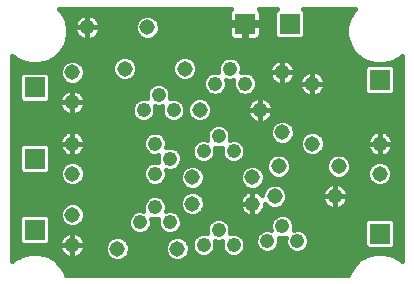
<source format=gtl>
G04 Output by ViewMate Deluxe V11.0.9  PentaLogix LLC*
G04 Sun May 11 19:24:29 2014*
%FSLAX33Y33*%
%MOMM*%
%IPPOS*%
%ADD10C,1.3081*%
%ADD11R,1.8009X1.8009*%
%ADD12C,1.209*%
%ADD13C,0.4064*%

%LPD*%
X0Y0D2*D13*G1X33340Y16358D2*X34544Y16358D1*X34544Y15956D2*X33652Y15956D1*X33749Y15552D2*X34544Y15552D1*X34544Y15151D2*X33696Y15151D1*X33464Y14747D2*X34544Y14747D1*X32639Y15494D2*X32639Y14384D1*X32639Y15494*X25215Y20787D2*X25832Y20787D1*X25997Y21189D2*X25443Y21189D1*X31938Y16358D2*X27559Y16358D1*X27882Y15956D2*X31626Y15956D1*X31529Y15552D2*X27983Y15552D1*X31529Y15494D2*X31529Y15580D1*X31554Y15753*X31610Y15921*X31689Y16076*X31791Y16218*X31915Y16342*X32057Y16444*X32212Y16523*X32380Y16579*X32553Y16604*X32639Y16604*X32639Y15494*X31529Y15494*X27930Y15151D2*X31582Y15151D1*X31814Y14747D2*X27676Y14747D1*X31915Y14646D2*X31791Y14770D1*X31689Y14912*X31610Y15067*X31554Y15235*X31529Y15408*X31529Y15494*X32639Y15494*X33749Y15494*X32639Y15494*X32639Y16604*X32725Y16604*X32898Y16579*X33066Y16523*X33221Y16444*X33363Y16342*X33487Y16218*X33589Y16076*X33668Y15921*X33724Y15753*X33749Y15580*X33749Y15494*X33749Y15408*X33724Y15235*X33668Y15067*X33589Y14912*X33487Y14770*X33363Y14646*X33221Y14544*X33066Y14465*X32898Y14409*X32725Y14384*X32639Y14384*X32553Y14384*X32380Y14409*X32212Y14465*X32057Y14544*X31915Y14646*X31582Y12736D2*X29792Y12736D1*X30107Y13137D2*X31580Y13137D1*X31735Y13541D2*X30206Y13541D1*X30147Y13942D2*X32253Y13942D1*X34544Y14346D2*X29891Y14346D1*X33025Y13942D2*X34544Y13942D1*X34544Y13541D2*X33543Y13541D1*X33698Y13137D2*X34544Y13137D1*X34544Y12736D2*X33696Y12736D1*X33515Y12332D2*X34544Y12332D1*X34544Y11930D2*X32936Y11930D1*X33777Y9111D2*X34544Y9111D1*X34544Y8710D2*X33945Y8710D1*X33945Y8306D2*X34544Y8306D1*X34544Y7904D2*X33945Y7904D1*X33945Y7501D2*X34544Y7501D1*X34544Y7099D2*X33945Y7099D1*X33835Y6695D2*X34544Y6695D1*X34544Y5890D2*X34013Y5890D1*X26010Y6294D2*X34544Y6294D1*X18517Y6294D2*X19456Y6294D1*X19256Y6695D2*X18717Y6695D1*X18727Y7099D2*X19246Y7099D1*X20904Y13137D2*X17704Y13137D1*X17823Y12736D2*X20785Y12736D1*X20823Y12332D2*X17785Y12332D1*X17556Y11930D2*X21052Y11930D1*X1524Y5890D2*X2055Y5890D1*X5687Y6294D2*X1524Y6294D1*X6182Y5890D2*X4803Y5890D1*X6604Y6922D2*X6604Y5812D1*X6604Y6922*X5728Y12332D2*X1524Y12332D1*X12781Y12332D2*X7480Y12332D1*X7661Y12736D2*X12586Y12736D1*X12578Y13137D2*X7663Y13137D1*X7508Y13541D2*X12746Y13541D1*X13335Y13942D2*X6990Y13942D1*X13843Y13942D2*X13881Y13942D1*X4735Y14346D2*X13848Y14346D1*X2123Y15151D2*X1524Y15151D1*X1524Y14747D2*X2123Y14747D1*X2123Y14346D2*X1524Y14346D1*X1524Y13942D2*X2123Y13942D1*X2123Y13541D2*X1524Y13541D1*X1524Y13137D2*X2141Y13137D1*X5547Y12736D2*X1524Y12736D1*X5545Y13137D2*X4717Y13137D1*X4735Y13541D2*X5700Y13541D1*X6218Y13942D2*X4735Y13942D1*X4735Y14747D2*X5778Y14747D1*X4735Y15293D2*X4735Y13155D1*X4498Y12918*X2360Y12918*X2123Y13155*X2123Y15293*X2360Y15530*X4498Y15530*X4735Y15293*X5547Y15151D2*X4735Y15151D1*X1524Y15552D2*X5494Y15552D1*X5591Y15956D2*X1524Y15956D1*X1524Y16358D2*X5903Y16358D1*X2136Y19177D2*X1524Y19177D1*X1524Y19578D2*X2123Y19578D1*X2123Y19982D2*X1524Y19982D1*X1524Y20384D2*X2123Y20384D1*X2123Y20787D2*X1524Y20787D1*X1524Y21189D2*X2123Y21189D1*X1524Y22799D2*X1661Y22799D1*X2332Y22398D2*X1524Y22398D1*X1524Y21593D2*X5545Y21593D1*X5649Y21994D2*X1524Y21994D1*X10130Y22398D2*X7234Y22398D1*X7559Y21994D2*X9990Y21994D1*X10005Y21593D2*X7663Y21593D1*X7612Y21189D2*X10206Y21189D1*X10833Y20787D2*X7363Y20787D1*X15913Y20787D2*X11265Y20787D1*X16345Y20787D2*X17663Y20787D1*X17854Y21189D2*X16972Y21189D1*X21112Y25215D2*X21306Y25215D1*X21306Y24813D2*X21112Y24813D1*X21112Y24409D2*X21306Y24409D1*X16594Y22799D2*X19604Y22799D1*X19075Y22398D2*X17048Y22398D1*X17188Y21994D2*X18928Y21994D1*X18951Y21593D2*X17173Y21593D1*X20203Y20787D2*X19675Y20787D1*X19680Y20384D2*X20198Y20384D1*X20373Y19982D2*X19505Y19982D1*X25829Y20384D2*X22220Y20384D1*X22045Y19982D2*X25982Y19982D1*X18075Y19177D2*X21732Y19177D1*X21448Y18773D2*X18372Y18773D1*X21369Y18352D2*X22479Y18352D1*X22479Y17242*X22479Y18352*X22479Y19461*X22479Y18352*X21369Y18352*X18458Y18372D2*X21369Y18372D1*X21435Y17968D2*X18387Y17968D1*X18113Y17567D2*X21694Y17567D1*X15819Y17567D2*X16685Y17567D1*X16411Y17968D2*X16111Y17968D1*X16187Y18372D2*X16340Y18372D1*X16426Y18773D2*X16096Y18773D1*X16800Y19251D2*X17188Y19411D1*X17610Y19411*X17998Y19251*X18298Y18951*X18458Y18562*X18458Y18141*X18298Y17752*X17998Y17452*X17610Y17292*X17188Y17292*X16800Y17452*X16500Y17752*X16340Y18141*X16340Y18562*X16500Y18951*X16800Y19251*X15781Y19177D2*X16723Y19177D1*X13647Y18372D2*X14166Y18372D1*X14242Y17968D2*X13571Y17968D1*X13279Y17567D2*X14534Y17567D1*X7305Y16358D2*X13033Y16358D1*X12687Y15956D2*X7617Y15956D1*X7714Y15552D2*X12578Y15552D1*X12639Y15151D2*X7661Y15151D1*X7430Y14747D2*X12906Y14747D1*X6604Y15494D2*X6604Y14384D1*X6604Y15494*X6604Y16604D2*X6604Y15494D1*X5494Y15494*X6604Y15494*X7714Y15494*X7714Y15408*X7689Y15235*X7633Y15067*X7554Y14912*X7452Y14770*X7328Y14646*X7186Y14544*X7031Y14465*X6863Y14409*X6690Y14384*X6604Y14384*X6518Y14384*X6345Y14409*X6177Y14465*X6022Y14544*X5880Y14646*X5756Y14770*X5654Y14912*X5575Y15067*X5519Y15235*X5494Y15408*X5494Y15494*X5494Y15580*X5519Y15753*X5575Y15921*X5654Y16076*X5756Y16218*X5880Y16342*X6022Y16444*X6177Y16523*X6345Y16579*X6518Y16604*X6604Y16604*X6863Y16579D2*X7031Y16523D1*X7186Y16444*X7328Y16342*X7452Y16218*X7554Y16076*X7633Y15921*X7689Y15753*X7714Y15580*X7714Y15494*X6604Y15494*X6604Y16604*X6690Y16604*X6863Y16579*X11626Y18372D2*X7531Y18372D1*X7696Y18773D2*X11717Y18773D1*X12032Y19177D2*X7699Y19177D1*X7546Y19578D2*X12896Y19578D1*X6604Y17877D2*X6604Y18986D1*X6604Y17877*X11702Y17968D2*X7054Y17968D1*X1524Y17567D2*X11994Y17567D1*X6154Y17968D2*X1524Y17968D1*X1524Y18372D2*X5677Y18372D1*X5512Y18773D2*X1524Y18773D1*X5509Y19177D2*X4722Y19177D1*X4735Y19578D2*X5662Y19578D1*X6109Y19982D2*X4735Y19982D1*X6604Y20096D2*X6604Y18986D1*X5494Y18986*X6604Y18986*X7714Y18986*X7714Y18900*X7689Y18727*X7633Y18560*X7554Y18405*X7452Y18263*X7328Y18138*X7186Y18037*X7031Y17958*X6863Y17902*X6690Y17877*X6604Y17877*X6518Y17877*X6345Y17902*X6177Y17958*X6022Y18037*X5880Y18138*X5756Y18263*X5654Y18405*X5575Y18560*X5519Y18727*X5494Y18900*X5494Y18986*X5494Y19073*X5519Y19246*X5575Y19413*X5654Y19568*X5756Y19710*X5880Y19835*X6022Y19936*X6177Y20015*X6345Y20071*X6518Y20096*X6604Y20096*X7031Y20015D2*X7186Y19936D1*X7328Y19835*X7452Y19710*X7554Y19568*X7633Y19413*X7689Y19246*X7714Y19073*X7714Y18986*X6604Y18986*X6604Y20096*X6690Y20096*X6863Y20071*X7031Y20015*X12962Y19982D2*X7099Y19982D1*X4735Y20384D2*X13238Y20384D1*X5845Y20787D2*X4735Y20787D1*X4735Y21189D2*X5596Y21189D1*X4498Y21562D2*X4735Y21326D1*X4735Y19187*X4498Y18951*X2360Y18951*X2123Y19187*X2123Y21326*X2360Y21562*X4498Y21562*X5974Y22398D2*X4526Y22398D1*X6393Y22586D2*X6815Y22586D1*X7203Y22426*X7503Y22126*X7663Y21737*X7663Y21316*X7503Y20927*X7203Y20627*X6815Y20467*X6393Y20467*X6005Y20627*X5705Y20927*X5545Y21316*X5545Y21737*X5705Y22126*X6005Y22426*X6393Y22586*X6998Y26020D2*X6078Y26020D1*X6187Y25618D2*X6797Y25618D1*X6769Y25215D2*X6248Y25215D1*X6248Y24813D2*X6894Y24813D1*X7259Y24409D2*X6185Y24409D1*X7874Y25336D2*X6764Y25336D1*X7874Y25336*X7874Y24227*X7874Y25336*X12139Y26020D2*X8750Y26020D1*X8951Y25618D2*X11923Y25618D1*X11895Y25215D2*X8979Y25215D1*X8854Y24813D2*X12024Y24813D1*X12421Y24409D2*X8489Y24409D1*X20008Y24409D2*X13487Y24409D1*X13884Y24813D2*X19853Y24813D1*X19853Y25215D2*X14013Y25215D1*X5611Y26825D2*X19936Y26825D1*X7628Y26424D2*X5875Y26424D1*X7874Y26446D2*X7874Y25336D1*X7874Y26446*X8133Y26421D2*X8301Y26365D1*X8456Y26286*X8598Y26185*X8722Y26060*X8824Y25918*X8903Y25763*X8959Y25596*X8984Y25423*X8984Y25336*X7874Y25336*X8984Y25336*X8984Y25250*X8959Y25077*X8903Y24910*X8824Y24755*X8722Y24613*X8598Y24488*X8456Y24387*X8301Y24308*X8133Y24252*X7960Y24227*X7874Y24227*X7788Y24227*X7615Y24252*X7447Y24308*X7292Y24387*X7150Y24488*X7026Y24613*X6924Y24755*X6845Y24910*X6789Y25077*X6764Y25250*X6764Y25336*X6764Y25423*X6789Y25596*X6845Y25763*X6924Y25918*X7026Y26060*X7150Y26185*X7292Y26286*X7447Y26365*X7615Y26421*X7788Y26446*X7874Y26446*X7960Y26446*X8133Y26421*X19853Y26424D2*X8120Y26424D1*X13769Y26020D2*X19853Y26020D1*X14013Y25547D2*X14013Y25126D1*X13853Y24737*X13553Y24437*X13165Y24277*X12743Y24277*X12355Y24437*X12055Y24737*X11895Y25126*X11895Y25547*X12055Y25936*X12355Y26236*X12743Y26396*X13165Y26396*X13553Y26236*X13853Y25936*X14013Y25547*X21112Y25618D2*X13985Y25618D1*X23713Y25618D2*X21306Y25618D1*X22410Y24409D2*X23889Y24409D1*X23713Y24813D2*X22565Y24813D1*X22565Y25215D2*X23713Y25215D1*X23713Y26020D2*X22565Y26020D1*X22565Y26424D2*X23713Y26424D1*X23815Y26825D2*X22482Y26825D1*X30457Y26825D2*X26223Y26825D1*X26325Y26424D2*X30193Y26424D1*X29990Y26020D2*X26325Y26020D1*X26325Y25618D2*X29881Y25618D1*X29820Y25215D2*X26325Y25215D1*X26325Y24813D2*X29820Y24813D1*X29883Y24409D2*X26149Y24409D1*X6076Y24008D2*X29992Y24008D1*X30201Y23604D2*X5867Y23604D1*X34544Y22799D2*X34407Y22799D1*X33736Y22398D2*X34544Y22398D1*X34544Y21994D2*X33912Y21994D1*X33945Y21593D2*X34544Y21593D1*X34544Y21189D2*X33945Y21189D1*X33945Y20787D2*X34544Y20787D1*X34544Y20384D2*X33945Y20384D1*X33945Y19982D2*X34544Y19982D1*X27866Y19982D2*X31333Y19982D1*X31333Y20384D2*X28019Y20384D1*X28016Y20787D2*X31333Y20787D1*X31333Y21189D2*X27851Y21189D1*X27376Y21593D2*X31333Y21593D1*X25494Y21593D2*X26472Y21593D1*X31366Y21994D2*X25392Y21994D1*X31570Y22197D2*X33708Y22197D1*X33945Y21961*X33945Y19822*X33708Y19586*X31570Y19586*X31333Y19822*X31333Y21961*X31570Y22197*X25077Y22398D2*X31542Y22398D1*X24384Y20417D2*X24384Y21526D1*X24384Y20417*X22215Y20787D2*X23553Y20787D1*X23325Y21189D2*X22024Y21189D1*X20927Y21593D2*X23274Y21593D1*X23376Y21994D2*X20950Y21994D1*X23660Y22375D2*X23802Y22476D1*X23957Y22555*X24125Y22611*X24298Y22636*X24384Y22636*X24384Y21526*X23274Y21526*X24384Y21526*X25494Y21526*X24384Y21526*X24384Y22636*X24470Y22636*X24643Y22611*X24811Y22555*X24966Y22476*X25108Y22375*X25232Y22250*X25334Y22108*X25413Y21953*X25469Y21786*X25494Y21613*X25494Y21526*X25494Y21440*X25469Y21267*X25413Y21100*X25334Y20945*X25232Y20803*X25108Y20678*X24966Y20577*X24811Y20498*X24643Y20442*X24470Y20417*X24384Y20417*X24298Y20417*X24125Y20442*X23957Y20498*X23802Y20577*X23660Y20678*X23536Y20803*X23434Y20945*X23355Y21100*X23299Y21267*X23274Y21440*X23274Y21526*X23274Y21613*X23299Y21786*X23355Y21953*X23434Y22108*X23536Y22250*X23660Y22375*X20803Y22398D2*X23691Y22398D1*X30871Y22799D2*X20274Y22799D1*X5598Y23203D2*X30470Y23203D1*X10584Y22799D2*X5197Y22799D1*X15664Y22799D2*X11514Y22799D1*X11968Y22398D2*X15210Y22398D1*X15070Y21994D2*X12108Y21994D1*X15070Y21633D2*X15070Y22055D1*X15230Y22443*X15530Y22743*X15918Y22903*X16340Y22903*X16728Y22743*X17028Y22443*X17188Y22055*X17188Y21633*X17028Y21245*X16728Y20945*X16340Y20785*X15918Y20785*X15530Y20945*X15230Y21245*X15070Y21633*X12093Y21593D2*X15085Y21593D1*X11948Y21245D2*X12108Y21633D1*X12108Y22055*X11948Y22443*X11648Y22743*X11260Y22903*X10838Y22903*X10450Y22743*X10150Y22443*X9990Y22055*X9990Y21633*X10150Y21245*X10450Y20945*X10838Y20785*X11260Y20785*X11648Y20945*X11948Y21245*X15286Y21189D2*X11892Y21189D1*X17658Y20384D2*X14575Y20384D1*X14851Y19982D2*X17833Y19982D1*X14917Y19421D2*X14874Y19319D1*X14976Y19362*X15377Y19362*X15748Y19207*X16032Y18923*X16187Y18552*X16187Y18151*X16032Y17780*X15748Y17496*X15377Y17341*X14976Y17341*X14605Y17496*X14321Y17780*X14166Y18151*X14166Y18552*X14209Y18654*X14107Y18611*X13706Y18611*X13604Y18654*X13647Y18552*X13647Y18151*X13492Y17780*X13208Y17496*X12837Y17341*X12436Y17341*X12065Y17496*X11781Y17780*X11626Y18151*X11626Y18552*X11781Y18923*X12065Y19207*X12436Y19362*X12837Y19362*X12939Y19319*X12896Y19421*X12896Y19822*X13051Y20193*X13335Y20477*X13706Y20632*X14107Y20632*X14478Y20477*X14762Y20193*X14917Y19822*X14917Y19421*X18433Y19578D2*X14917Y19578D1*X20973Y19578D2*X18905Y19578D1*X21410Y19563D2*X21008Y19563D1*X20638Y19718*X20353Y20002*X20198Y20373*X20198Y20775*X20241Y20876*X20140Y20833*X19738Y20833*X19637Y20876*X19680Y20775*X19680Y20373*X19525Y20002*X19240Y19718*X18870Y19563*X18468Y19563*X18098Y19718*X17813Y20002*X17658Y20373*X17658Y20775*X17813Y21146*X18098Y21430*X18468Y21585*X18870Y21585*X18971Y21542*X18928Y21643*X18928Y22045*X19083Y22416*X19368Y22700*X19738Y22855*X20140Y22855*X20510Y22700*X20795Y22416*X20950Y22045*X20950Y21643*X20907Y21542*X21008Y21585*X21410Y21585*X21780Y21430*X22065Y21146*X22220Y20775*X22220Y20373*X22065Y20002*X21780Y19718*X21410Y19563*X26431Y19578D2*X21445Y19578D1*X26924Y19464D2*X26924Y20574D1*X25814Y20574*X25814Y20660*X25839Y20833*X25895Y21001*X25974Y21156*X26076Y21298*X26200Y21422*X26342Y21524*X26497Y21603*X26665Y21659*X26838Y21684*X26924Y21684*X26924Y20574*X26924Y19464*X27351Y19545D2*X27183Y19489D1*X27010Y19464*X26924Y19464*X26838Y19464*X26665Y19489*X26497Y19545*X26342Y19624*X26200Y19726*X26076Y19850*X25974Y19992*X25895Y20147*X25839Y20315*X25814Y20488*X25814Y20574*X26924Y20574*X28034Y20574*X26924Y20574*X26924Y21684*X27010Y21684*X27183Y21659*X27351Y21603*X27506Y21524*X27648Y21422*X27772Y21298*X27874Y21156*X27953Y21001*X28009Y20833*X28034Y20660*X28034Y20574*X28034Y20488*X28009Y20315*X27953Y20147*X27874Y19992*X27772Y19850*X27648Y19726*X27506Y19624*X27351Y19545*X34544Y19578D2*X27417Y19578D1*X23226Y19177D2*X34544Y19177D1*X34544Y18773D2*X23510Y18773D1*X23589Y18372D2*X34544Y18372D1*X34544Y17968D2*X23523Y17968D1*X23264Y17567D2*X34544Y17567D1*X23061Y17402D2*X22906Y17323D1*X22738Y17267*X22565Y17242*X22479Y17242*X22393Y17242*X22220Y17267*X22052Y17323*X21897Y17402*X21755Y17503*X21631Y17628*X21529Y17770*X21450Y17925*X21394Y18092*X21369Y18265*X21369Y18352*X21369Y18438*X21394Y18611*X21450Y18778*X21529Y18933*X21631Y19075*X21755Y19200*X21897Y19301*X22052Y19380*X22220Y19436*X22393Y19461*X22479Y19461*X22565Y19461*X22738Y19436*X22906Y19380*X23061Y19301*X23203Y19200*X23327Y19075*X23429Y18933*X23508Y18778*X23564Y18611*X23589Y18438*X23589Y18352*X22479Y18352*X23589Y18352*X23589Y18265*X23564Y18092*X23508Y17925*X23429Y17770*X23327Y17628*X23203Y17503*X23061Y17402*X19784Y16761D2*X23365Y16761D1*X23325Y16358D2*X19985Y16358D1*X21138Y14346D2*X23322Y14346D1*X26172Y14747D2*X21267Y14747D1*X21229Y15151D2*X25918Y15151D1*X23779Y15552D2*X20993Y15552D1*X19997Y15956D2*X23439Y15956D1*X18710Y15151D2*X18689Y15151D1*X19263Y15151D2*X19284Y15151D1*X18727Y14747D2*X19246Y14747D1*X19375Y14346D2*X18598Y14346D1*X18143Y13942D2*X19830Y13942D1*X15870Y14346D2*X16835Y14346D1*X16706Y14747D2*X15735Y14747D1*X15263Y15151D2*X16744Y15151D1*X16980Y15552D2*X14600Y15552D1*X14491Y15956D2*X17976Y15956D1*X17988Y16358D2*X14145Y16358D1*X1524Y16761D2*X18189Y16761D1*X23602Y17163D2*X1524Y17163D1*X34544Y17163D2*X25166Y17163D1*X25403Y16761D2*X34544Y16761D1*X25443Y16358D2*X26289Y16358D1*X25966Y15956D2*X25329Y15956D1*X25865Y15705D2*X26025Y16093D1*X26325Y16393*X26713Y16553*X27135Y16553*X27523Y16393*X27823Y16093*X27983Y15705*X27983Y15283*X27823Y14895*X27523Y14595*X27135Y14435*X26713Y14435*X26325Y14595*X26025Y14895*X25865Y15283*X25865Y15705*X24989Y15552D2*X25865Y15552D1*X24595Y15387D2*X24983Y15547D1*X25283Y15847*X25443Y16236*X25443Y16657*X25283Y17046*X24983Y17346*X24595Y17506*X24173Y17506*X23785Y17346*X23485Y17046*X23325Y16657*X23325Y16236*X23485Y15847*X23785Y15547*X24173Y15387*X24595Y15387*X28402Y14346D2*X24811Y14346D1*X25067Y13942D2*X28146Y13942D1*X28087Y13541D2*X25126Y13541D1*X25027Y13137D2*X28186Y13137D1*X28501Y12736D2*X24712Y12736D1*X28936Y12530D2*X28547Y12690D1*X28247Y12990*X28087Y13378*X28087Y13800*X28247Y14188*X28547Y14488*X28936Y14648*X29357Y14648*X29746Y14488*X30046Y14188*X30206Y13800*X30206Y13378*X30046Y12990*X29746Y12690*X29357Y12530*X28936Y12530*X24519Y10320D2*X27988Y10320D1*X27767Y10721D2*X24760Y10721D1*X27719Y11049D2*X28829Y11049D1*X28829Y9939*X28829Y11049*X28829Y12159*X28829Y11049*X27719Y11049*X24808Y11125D2*X27719Y11125D1*X27826Y11527D2*X24699Y11527D1*X24369Y11930D2*X28151Y11930D1*X31763Y12332D2*X22865Y12332D1*X32428Y11895D2*X32040Y12055D1*X31740Y12355*X31580Y12743*X31580Y13165*X31740Y13553*X32040Y13853*X32428Y14013*X32850Y14013*X33238Y13853*X33538Y13553*X33698Y13165*X33698Y12743*X33538Y12355*X33238Y12055*X32850Y11895*X32428Y11895*X29507Y11930D2*X32342Y11930D1*X34544Y11527D2*X29832Y11527D1*X29939Y11125D2*X34544Y11125D1*X34544Y10721D2*X29891Y10721D1*X29670Y10320D2*X34544Y10320D1*X29779Y10467D2*X29677Y10325D1*X29553Y10201*X29411Y10099*X29256Y10020*X29088Y9964*X28915Y9939*X28829Y9939*X28743Y9939*X28570Y9964*X28402Y10020*X28247Y10099*X28105Y10201*X27981Y10325*X27879Y10467*X27800Y10622*X27744Y10790*X27719Y10963*X27719Y11049*X27719Y11135*X27744Y11308*X27800Y11476*X27879Y11631*X27981Y11773*X28105Y11897*X28247Y11999*X28402Y12078*X28570Y12134*X28743Y12159*X28829Y12159*X28915Y12159*X29088Y12134*X29256Y12078*X29411Y11999*X29553Y11897*X29677Y11773*X29779Y11631*X29858Y11476*X29914Y11308*X29939Y11135*X29939Y11049*X28829Y11049*X29939Y11049*X29939Y10963*X29914Y10790*X29858Y10622*X29779Y10467*X25212Y9111D2*X31501Y9111D1*X31333Y8710D2*X25395Y8710D1*X31333Y6805D2*X31333Y8943D1*X31570Y9180*X33708Y9180*X33945Y8943*X33945Y6805*X33708Y6568*X31570Y6568*X31333Y6805*X26523Y6695D2*X31443Y6695D1*X31333Y7099D2*X26665Y7099D1*X26640Y7501D2*X31333Y7501D1*X31333Y7904D2*X26419Y7904D1*X25392Y8306D2*X31333Y8306D1*X24178Y7501D2*X24100Y7501D1*X24668Y7501D2*X24590Y7501D1*X24125Y7099D2*X24643Y7099D1*X24785Y6695D2*X23983Y6695D1*X23470Y6294D2*X25298Y6294D1*X21057Y6294D2*X22758Y6294D1*X22245Y6695D2*X21257Y6695D1*X21267Y7099D2*X22103Y7099D1*X22128Y7501D2*X21107Y7501D1*X20526Y7904D2*X22349Y7904D1*X19962Y7904D2*X19987Y7904D1*X23376Y8306D2*X19997Y8306D1*X19865Y8710D2*X23373Y8710D1*X23556Y9111D2*X19408Y9111D1*X22954Y10320D2*X22979Y10320D1*X34544Y9916D2*X22837Y9916D1*X24600Y9515D2*X34544Y9515D1*X24183Y9520D2*X24585Y9520D1*X24956Y9365*X25240Y9080*X25395Y8710*X25395Y8308*X25352Y8207*X25453Y8250*X25855Y8250*X26226Y8095*X26510Y7810*X26665Y7440*X26665Y7038*X26510Y6668*X26226Y6383*X25855Y6228*X25453Y6228*X25082Y6383*X24798Y6668*X24643Y7038*X24643Y7440*X24686Y7541*X24585Y7498*X24183Y7498*X24082Y7541*X24125Y7440*X24125Y7038*X23970Y6668*X23686Y6383*X23315Y6228*X22913Y6228*X22542Y6383*X22258Y6668*X22103Y7038*X22103Y7440*X22258Y7810*X22542Y8095*X22913Y8250*X23315Y8250*X23416Y8207*X23373Y8308*X23373Y8710*X23528Y9080*X23812Y9365*X24183Y9520*X22494Y9515D2*X24168Y9515D1*X17554Y11125D2*X20985Y11125D1*X20775Y10721D2*X17785Y10721D1*X20734Y10414D2*X21844Y10414D1*X21844Y9304*X21844Y10414*X21844Y11524*X21844Y10414*X20734Y10414*X17823Y10320D2*X20734Y10320D1*X20851Y9916D2*X17706Y9916D1*X17361Y9515D2*X21194Y9515D1*X13851Y9111D2*X13884Y9111D1*X13294Y9111D2*X13327Y9111D1*X13848Y8710D2*X13330Y8710D1*X13198Y8306D2*X13980Y8306D1*X14448Y7904D2*X12730Y7904D1*X11016Y7501D2*X14892Y7501D1*X14552Y7099D2*X11356Y7099D1*X11473Y6695D2*X14435Y6695D1*X14475Y6294D2*X11433Y6294D1*X11199Y5890D2*X14709Y5890D1*X7026Y5890D2*X9629Y5890D1*X9395Y6294D2*X7521Y6294D1*X7694Y6695D2*X9355Y6695D1*X9472Y7099D2*X7701Y7099D1*X9815Y7503D2*X10203Y7663D1*X10625Y7663*X11013Y7503*X11313Y7203*X11473Y6815*X11473Y6393*X11313Y6005*X11013Y5705*X10625Y5545*X10203Y5545*X9815Y5705*X9515Y6005*X9355Y6393*X9355Y6815*X9515Y7203*X9815Y7503*X7556Y7501D2*X9812Y7501D1*X4735Y8710D2*X5857Y8710D1*X5601Y9111D2*X4735Y9111D1*X1524Y10320D2*X5961Y10320D1*X5644Y9916D2*X1524Y9916D1*X1524Y9515D2*X5545Y9515D1*X2123Y9111D2*X1524Y9111D1*X1524Y8710D2*X2123Y8710D1*X2123Y8306D2*X1524Y8306D1*X1524Y7904D2*X2123Y7904D1*X2123Y7501D2*X1524Y7501D1*X1524Y7099D2*X2149Y7099D1*X5514Y6695D2*X1524Y6695D1*X4709Y7099D2*X5507Y7099D1*X4735Y7122D2*X4735Y9261D1*X4498Y9497*X2360Y9497*X2123Y9261*X2123Y7122*X2360Y6886*X4498Y6886*X4735Y7122*X5652Y7501D2*X4735Y7501D1*X4735Y7904D2*X6083Y7904D1*X11440Y8306D2*X4735Y8306D1*X7125Y7904D2*X11908Y7904D1*X6604Y8031D2*X6604Y6922D1*X5494Y6922*X6604Y6922*X7714Y6922*X7714Y6835*X7689Y6662*X7633Y6495*X7554Y6340*X7452Y6198*X7328Y6073*X7186Y5972*X7031Y5893*X6863Y5837*X6690Y5812*X6604Y5812*X6518Y5812*X6345Y5837*X6177Y5893*X6022Y5972*X5880Y6073*X5756Y6198*X5654Y6340*X5575Y6495*X5519Y6662*X5494Y6835*X5494Y6922*X5494Y7008*X5519Y7181*X5575Y7348*X5654Y7503*X5756Y7645*X5880Y7770*X6022Y7871*X6177Y7950*X6345Y8006*X6518Y8031*X6604Y8031*X6863Y8006D2*X7031Y7950D1*X7186Y7871*X7328Y7770*X7452Y7645*X7554Y7503*X7633Y7348*X7689Y7181*X7714Y7008*X7714Y6922*X6604Y6922*X6604Y8031*X6690Y8031*X6863Y8006*X11308Y8710D2*X7351Y8710D1*X7607Y9111D2*X11344Y9111D1*X11577Y9515D2*X7663Y9515D1*X7564Y9916D2*X12578Y9916D1*X7203Y10361D2*X6815Y10521D1*X6393Y10521*X6005Y10361*X5705Y10061*X5545Y9672*X5545Y9251*X5705Y8862*X6005Y8562*X6393Y8402*X6815Y8402*X7203Y8562*X7503Y8862*X7663Y9251*X7663Y9672*X7503Y10061*X7203Y10361*X12588Y10320D2*X7247Y10320D1*X1524Y10721D2*X12784Y10721D1*X15974Y11125D2*X1524Y11125D1*X6901Y11930D2*X15972Y11930D1*X6393Y11895D2*X6005Y12055D1*X5705Y12355*X5545Y12743*X5545Y13165*X5705Y13553*X6005Y13853*X6393Y14013*X6815Y14013*X7203Y13853*X7503Y13553*X7663Y13165*X7663Y12743*X7503Y12355*X7203Y12055*X6815Y11895*X6393Y11895*X1524Y11930D2*X6307Y11930D1*X22799Y11527D2*X1524Y11527D1*X23129Y11930D2*X22636Y11930D1*X23538Y12108D2*X23960Y12108D1*X24348Y11948*X24648Y11648*X24808Y11260*X24808Y10838*X24648Y10450*X24348Y10150*X23960Y9990*X23538Y9990*X23150Y10150*X22954Y10343*X22954Y10328*X22929Y10155*X22873Y9987*X22794Y9832*X22692Y9690*X22568Y9566*X22426Y9464*X22271Y9385*X22103Y9329*X21930Y9304*X21844Y9304*X21758Y9304*X21585Y9329*X21417Y9385*X21262Y9464*X21120Y9566*X20996Y9690*X20894Y9832*X20815Y9987*X20759Y10155*X20734Y10328*X20734Y10414*X20734Y10500*X20759Y10673*X20815Y10841*X20894Y10996*X20996Y11138*X21120Y11262*X21262Y11364*X21417Y11443*X21585Y11499*X21758Y11524*X21844Y11524*X21930Y11524*X22103Y11499*X22271Y11443*X22426Y11364*X22568Y11262*X22690Y11140*X22690Y11260*X22850Y11648*X23150Y11948*X23538Y12108*X22903Y12736D2*X23421Y12736D1*X22784Y13137D2*X23106Y13137D1*X23007Y13541D2*X22436Y13541D1*X23007Y13800D2*X23167Y14188D1*X23467Y14488*X23856Y14648*X24277Y14648*X24666Y14488*X24966Y14188*X25126Y13800*X25126Y13378*X24966Y12990*X24666Y12690*X24277Y12530*X23856Y12530*X23467Y12690*X23167Y12990*X23007Y13378*X23007Y13800*X20683Y13942D2*X23066Y13942D1*X21245Y13536D2*X21633Y13696D1*X22055Y13696*X22443Y13536*X22743Y13236*X22903Y12847*X22903Y12426*X22743Y12037*X22443Y11737*X22055Y11577*X21633Y11577*X21245Y11737*X20945Y12037*X20785Y12426*X20785Y12847*X20945Y13236*X21245Y13536*X17356Y13541D2*X21252Y13541D1*X17145Y14003D2*X16861Y14288D1*X16706Y14658*X16706Y15060*X16861Y15430*X17145Y15715*X17516Y15870*X17917Y15870*X18019Y15827*X17976Y15928*X17976Y16330*X18131Y16700*X18415Y16985*X18786Y17140*X19187Y17140*X19558Y16985*X19842Y16700*X19997Y16330*X19997Y15928*X19954Y15827*X20056Y15870*X20457Y15870*X20828Y15715*X21112Y15430*X21267Y15060*X21267Y14658*X21112Y14288*X20828Y14003*X20457Y13848*X20056Y13848*X19685Y14003*X19401Y14288*X19246Y14658*X19246Y15060*X19289Y15161*X19187Y15118*X18786Y15118*X18684Y15161*X18727Y15060*X18727Y14658*X18572Y14288*X18288Y14003*X17917Y13848*X17516Y13848*X17145Y14003*X15837Y13942D2*X17290Y13942D1*X15603Y13541D2*X16172Y13541D1*X14600Y13137D2*X15824Y13137D1*X15705Y12736D2*X14592Y12736D1*X15705Y12426D2*X15705Y12847D1*X15865Y13236*X16165Y13536*X16553Y13696*X16975Y13696*X17363Y13536*X17663Y13236*X17823Y12847*X17823Y12426*X17663Y12037*X17363Y11737*X16975Y11577*X16553Y11577*X16165Y11737*X15865Y12037*X15705Y12426*X14397Y12332D2*X15743Y12332D1*X13790Y11943D2*X14160Y12098D1*X14445Y12382*X14600Y12753*X14600Y13155*X14557Y13256*X14658Y13213*X15060Y13213*X15430Y13368*X15715Y13652*X15870Y14023*X15870Y14425*X15715Y14796*X15430Y15080*X15060Y15235*X14658Y15235*X14557Y15192*X14600Y15293*X14600Y15695*X14445Y16066*X14160Y16350*X13790Y16505*X13388Y16505*X13018Y16350*X12733Y16066*X12578Y15695*X12578Y15293*X12733Y14922*X13018Y14638*X13388Y14483*X13790Y14483*X13891Y14526*X13848Y14425*X13848Y14023*X13891Y13922*X13790Y13965*X13388Y13965*X13018Y13810*X12733Y13526*X12578Y13155*X12578Y12753*X12733Y12382*X13018Y12098*X13388Y11943*X13790Y11943*X15743Y10721D2*X14394Y10721D1*X14590Y10320D2*X15705Y10320D1*X15822Y9916D2*X14600Y9916D1*X16165Y9515D2*X15865Y9815D1*X15705Y10203*X15705Y10625*X15865Y11013*X16165Y11313*X16553Y11473*X16975Y11473*X17363Y11313*X17663Y11013*X17823Y10625*X17823Y10203*X17663Y9815*X17363Y9515*X16975Y9355*X16553Y9355*X16165Y9515*X15601Y9515D2*X16167Y9515D1*X18565Y9111D2*X15834Y9111D1*X15870Y8710D2*X18108Y8710D1*X17976Y8306D2*X15738Y8306D1*X17986Y7904D2*X18011Y7904D1*X15270Y7904D2*X17447Y7904D1*X15430Y7971D2*X15060Y7816D1*X14658Y7816*X14288Y7971*X14003Y8255*X13848Y8626*X13848Y9027*X13891Y9129*X13790Y9086*X13388Y9086*X13287Y9129*X13330Y9027*X13330Y8626*X13175Y8255*X12890Y7971*X12520Y7816*X12118Y7816*X11748Y7971*X11463Y8255*X11308Y8626*X11308Y9027*X11463Y9398*X11748Y9682*X12118Y9837*X12520Y9837*X12621Y9794*X12578Y9896*X12578Y10297*X12733Y10668*X13018Y10952*X13388Y11107*X13790Y11107*X14160Y10952*X14445Y10668*X14600Y10297*X14600Y9896*X14557Y9794*X14658Y9837*X15060Y9837*X15430Y9682*X15715Y9398*X15870Y9027*X15870Y8626*X15715Y8255*X15430Y7971*X16866Y7501D2*X16096Y7501D1*X16436Y7099D2*X16706Y7099D1*X16716Y6695D2*X16553Y6695D1*X16861Y6350D2*X16706Y6721D1*X16706Y7122*X16861Y7493*X17145Y7777*X17516Y7932*X17917Y7932*X18019Y7889*X17976Y7991*X17976Y8392*X18131Y8763*X18415Y9047*X18786Y9202*X19187Y9202*X19558Y9047*X19842Y8763*X19997Y8392*X19997Y7991*X19954Y7889*X20056Y7932*X20457Y7932*X20828Y7777*X21112Y7493*X21267Y7122*X21267Y6721*X21112Y6350*X20828Y6066*X20457Y5911*X20056Y5911*X19685Y6066*X19401Y6350*X19246Y6721*X19246Y7122*X19289Y7224*X19187Y7181*X18786Y7181*X18684Y7224*X18727Y7122*X18727Y6721*X18572Y6350*X18288Y6066*X17917Y5911*X17516Y5911*X17145Y6066*X16861Y6350*X16513Y6294D2*X16916Y6294D1*X16393Y6005D2*X16093Y5705D1*X15705Y5545*X15283Y5545*X14895Y5705*X14595Y6005*X14435Y6393*X14435Y6815*X14595Y7203*X14895Y7503*X15283Y7663*X15705Y7663*X16093Y7503*X16393Y7203*X16553Y6815*X16553Y6393*X16393Y6005*X31265Y5890D2*X16279Y5890D1*X5357Y5489D2*X30711Y5489D1*X30340Y5085D2*X5728Y5085D1*X5961Y4684D2*X30107Y4684D1*X6055Y4516D2*X5685Y5161D1*X5161Y5685*X4516Y6055*X3800Y6248*X3058Y6248*X2342Y6055*X1697Y5685*X1524Y5512*X1524Y22936*X1697Y22763*X2342Y22393*X3058Y22200*X3800Y22200*X4516Y22393*X5161Y22763*X5685Y23287*X6055Y23932*X6248Y24648*X6248Y25390*X6055Y26106*X5685Y26751*X5512Y26924*X20036Y26924*X20028Y26919*X19944Y26835*X19883Y26731*X19853Y26614*X19853Y25751*X21112Y25751*X21112Y25557*X21112Y24298*X20249Y24298*X20132Y24328*X20028Y24389*X19944Y24473*X19883Y24577*X19853Y24694*X19853Y25557*X21112Y25557*X21306Y25557*X21306Y24298*X22169Y24298*X22286Y24328*X22390Y24389*X22474Y24473*X22535Y24577*X22565Y24694*X22565Y25557*X21306Y25557*X21306Y25751*X22565Y25751*X22565Y26614*X22535Y26731*X22474Y26835*X22390Y26919*X22382Y26924*X23914Y26924*X23713Y26723*X23713Y24585*X23950Y24348*X26088Y24348*X26325Y24585*X26325Y26723*X26124Y26924*X30556Y26924*X30383Y26751*X30013Y26106*X29820Y25390*X29820Y24648*X30013Y23932*X30383Y23287*X30907Y22763*X31552Y22393*X32268Y22200*X33010Y22200*X33726Y22393*X34371Y22763*X34544Y22936*X34544Y5512*X34371Y5685*X33726Y6055*X33010Y6248*X32268Y6248*X31552Y6055*X30907Y5685*X30383Y5161*X30013Y4516*X29975Y4382*X6093Y4382*X6055Y4516*D10*X7874Y25336D3*X6604Y12954D3*X6604Y15494D3*X6604Y18986D3*X6604Y21526D3*X11049Y21844D3*X12954Y25336D3*X16129Y21844D3*X17399Y18352D3*X21844Y10414D3*X23749Y11049D3*X28829Y11049D3*X29146Y13589D3*X32639Y12954D3*X32639Y15494D3*X26924Y20574D3*X24384Y21526D3*X22479Y18352D3*X24384Y16446D3*X26924Y15494D3*X24066Y13589D3*X21844Y12636D3*X16764Y12636D3*X16764Y10414D3*X15494Y6604D3*X10414Y6604D3*X6604Y9462D3*X6604Y6922D3*D11*X32639Y7874D3*X32639Y20892D3*X25019Y25654D3*X21209Y25654D3*X3429Y8192D3*X3429Y14224D3*X3429Y20256D3*D12*X20256Y14859D3*X17716Y14859D3*X18986Y16129D3*X21209Y20574D3*X19939Y21844D3*X18669Y20574D3*X15176Y18352D3*X13906Y19622D3*X12636Y18352D3*X13589Y15494D3*X14859Y14224D3*X13589Y12954D3*X12319Y8826D3*X13589Y10096D3*X14859Y8826D3*X17716Y6922D3*X18986Y8192D3*X20256Y6922D3*X23114Y7239D3*X24384Y8509D3*X25654Y7239D3*D13*X32639Y14747D3*X32639Y15151D3*X32639Y15494D3*X32639Y15552D3*X32639Y15956D3*X32639Y16358D3*X26924Y21189D3*X26924Y20787D3*X26924Y20384D3*X26924Y19982D3*X32639Y15494D3*X32639Y15494D3*X32639Y15494D3*X6604Y5890D3*X6604Y6294D3*X6604Y6695D3*X6604Y6922D3*X6604Y7099D3*X22479Y17567D3*X22479Y17968D3*X22479Y18372D3*X22479Y18773D3*X22479Y19177D3*X22479Y18352D3*X22479Y18352D3*X22479Y18352D3*X22479Y18352D3*X6604Y14747D3*X6604Y15151D3*X6604Y15494D3*X6604Y15552D3*X6604Y15956D3*X6604Y16358D3*X6604Y15494D3*X6604Y15494D3*X6604Y15494D3*X6604Y19578D3*X6604Y19177D3*X6604Y18773D3*X6604Y18372D3*X6604Y18986D3*X6604Y17968D3*X6604Y18986D3*X6604Y18986D3*X6604Y19982D3*X6604Y18986D3*X7874Y24409D3*X7874Y24813D3*X7874Y25215D3*X7874Y25336D3*X7874Y25336D3*X7874Y25618D3*X7874Y26020D3*X7874Y25336D3*X7874Y25336D3*X7874Y26424D3*X26924Y21593D3*X24384Y22398D3*X24384Y21994D3*X24384Y21593D3*X24384Y21189D3*X24384Y21526D3*X24384Y20787D3*X24384Y21526D3*X24384Y21526D3*X24384Y21526D3*X26924Y20574D3*X26924Y19578D3*X26924Y20574D3*X26924Y20574D3*X26924Y20574D3*X28829Y11930D3*X28829Y11527D3*X28829Y11125D3*X28829Y10721D3*X28829Y10320D3*X28829Y11049D3*X28829Y11049D3*X28829Y11049D3*X28829Y11049D3*X21844Y9515D3*X21844Y9916D3*X21844Y10320D3*X21844Y10721D3*X21844Y11125D3*X21844Y10414D3*X21844Y10414D3*X21844Y10414D3*X6604Y7501D3*X6604Y7904D3*X6604Y6922D3*X6604Y6922D3*X6604Y6922D3*X0Y0D2*M02*
</source>
